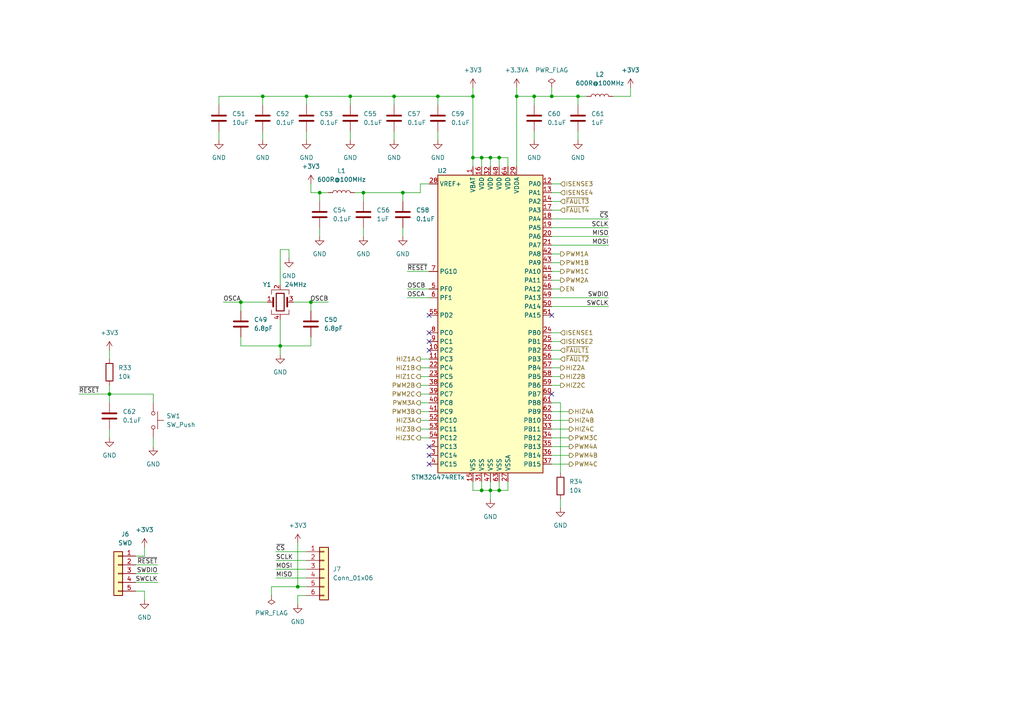
<source format=kicad_sch>
(kicad_sch (version 20210621) (generator eeschema)
  (paper "A4")
  (lib_symbols
    (symbol "Connector_Generic:Conn_01x05" (pin_names (offset 1.016) hide)
      (property "Reference" "J" (at 0 7.62 0))
      (property "Value" "Conn_01x05" (at 0 -7.62 0))
      (symbol "Conn_01x05_1_1"
        (rectangle (start -1.27 -4.953) (end 0 -5.207) (stroke (width 0.1524)))
        (rectangle (start -1.27 -2.413) (end 0 -2.667) (stroke (width 0.1524)))
        (rectangle (start -1.27 0.127) (end 0 -0.127) (stroke (width 0.1524)))
        (rectangle (start -1.27 2.667) (end 0 2.413) (stroke (width 0.1524)))
        (rectangle (start -1.27 5.207) (end 0 4.953) (stroke (width 0.1524)))
        (rectangle (start -1.27 6.35) (end 1.27 -6.35) (stroke (width 0.254)) (fill (type background)))
        (pin passive line (at -5.08 5.08 0) (length 3.81) (name "Pin_1") (number "1"))
        (pin passive line (at -5.08 2.54 0) (length 3.81) (name "Pin_2") (number "2"))
        (pin passive line (at -5.08 0 0) (length 3.81) (name "Pin_3") (number "3"))
        (pin passive line (at -5.08 -2.54 0) (length 3.81) (name "Pin_4") (number "4"))
        (pin passive line (at -5.08 -5.08 0) (length 3.81) (name "Pin_5") (number "5"))
      )
    )
    (symbol "Connector_Generic:Conn_01x06" (pin_names (offset 1.016) hide)
      (property "Reference" "J" (at 0 7.62 0))
      (property "Value" "Conn_01x06" (at 0 -10.16 0))
      (symbol "Conn_01x06_1_1"
        (rectangle (start -1.27 -7.493) (end 0 -7.747) (stroke (width 0.1524)))
        (rectangle (start -1.27 -4.953) (end 0 -5.207) (stroke (width 0.1524)))
        (rectangle (start -1.27 -2.413) (end 0 -2.667) (stroke (width 0.1524)))
        (rectangle (start -1.27 0.127) (end 0 -0.127) (stroke (width 0.1524)))
        (rectangle (start -1.27 2.667) (end 0 2.413) (stroke (width 0.1524)))
        (rectangle (start -1.27 5.207) (end 0 4.953) (stroke (width 0.1524)))
        (rectangle (start -1.27 6.35) (end 1.27 -8.89) (stroke (width 0.254)) (fill (type background)))
        (pin passive line (at -5.08 5.08 0) (length 3.81) (name "Pin_1") (number "1"))
        (pin passive line (at -5.08 2.54 0) (length 3.81) (name "Pin_2") (number "2"))
        (pin passive line (at -5.08 0 0) (length 3.81) (name "Pin_3") (number "3"))
        (pin passive line (at -5.08 -2.54 0) (length 3.81) (name "Pin_4") (number "4"))
        (pin passive line (at -5.08 -5.08 0) (length 3.81) (name "Pin_5") (number "5"))
        (pin passive line (at -5.08 -7.62 0) (length 3.81) (name "Pin_6") (number "6"))
      )
    )
    (symbol "Device:C" (pin_numbers hide) (pin_names (offset 0.254))
      (property "Reference" "C" (at 0.635 2.54 0))
      (property "Value" "C" (at 0.635 -2.54 0))
      (symbol "C_0_1"
        (polyline (pts (xy -2.032 -0.762) (xy 2.032 -0.762)) (stroke (width 0.508)))
        (polyline (pts (xy -2.032 0.762) (xy 2.032 0.762)) (stroke (width 0.508)))
      )
      (symbol "C_1_1"
        (pin passive line (at 0 3.81 270) (length 2.794) (name "~") (number "1"))
        (pin passive line (at 0 -3.81 90) (length 2.794) (name "~") (number "2"))
      )
    )
    (symbol "Device:Crystal_GND24" (pin_names (offset 1.016) hide)
      (property "Reference" "Y" (at 3.175 5.08 0))
      (property "Value" "Crystal_GND24" (at 3.175 3.175 0))
      (symbol "Crystal_GND24_0_1"
        (rectangle (start -1.143 2.54) (end 1.143 -2.54) (stroke (width 0.3048)))
        (polyline (pts (xy -2.54 0) (xy -2.032 0)))
        (polyline (pts (xy -2.032 -1.27) (xy -2.032 1.27)) (stroke (width 0.508)))
        (polyline (pts (xy 0 -3.81) (xy 0 -3.556)))
        (polyline (pts (xy 0 3.556) (xy 0 3.81)))
        (polyline (pts (xy 2.032 -1.27) (xy 2.032 1.27)) (stroke (width 0.508)))
        (polyline (pts (xy 2.032 0) (xy 2.54 0)))
        (polyline (pts (xy -2.54 -2.286) (xy -2.54 -3.556) (xy 2.54 -3.556) (xy 2.54 -2.286)))
        (polyline (pts (xy -2.54 2.286) (xy -2.54 3.556) (xy 2.54 3.556) (xy 2.54 2.286)))
      )
      (symbol "Crystal_GND24_1_1"
        (pin passive line (at -3.81 0 0) (length 1.27) (name "1") (number "1"))
        (pin passive line (at 0 5.08 270) (length 1.27) (name "2") (number "2"))
        (pin passive line (at 3.81 0 180) (length 1.27) (name "3") (number "3"))
        (pin passive line (at 0 -5.08 90) (length 1.27) (name "4") (number "4"))
      )
    )
    (symbol "Device:L" (pin_numbers hide) (pin_names (offset 1.016) hide)
      (property "Reference" "L" (at -1.27 0 90))
      (property "Value" "L" (at 1.905 0 90))
      (symbol "L_0_1"
        (arc (start 0 -2.54) (end 0 -1.27) (radius (at 0 -1.905) (length 0.635) (angles -89.9 89.9)))
        (arc (start 0 -1.27) (end 0 0) (radius (at 0 -0.635) (length 0.635) (angles -89.9 89.9)))
        (arc (start 0 0) (end 0 1.27) (radius (at 0 0.635) (length 0.635) (angles -89.9 89.9)))
        (arc (start 0 1.27) (end 0 2.54) (radius (at 0 1.905) (length 0.635) (angles -89.9 89.9)))
      )
      (symbol "L_1_1"
        (pin passive line (at 0 3.81 270) (length 1.27) (name "1") (number "1"))
        (pin passive line (at 0 -3.81 90) (length 1.27) (name "2") (number "2"))
      )
    )
    (symbol "Device:R" (pin_numbers hide) (pin_names (offset 0))
      (property "Reference" "R" (at 2.032 0 90))
      (property "Value" "R" (at 0 0 90))
      (symbol "R_0_1"
        (rectangle (start -1.016 -2.54) (end 1.016 2.54) (stroke (width 0.254)))
      )
      (symbol "R_1_1"
        (pin passive line (at 0 3.81 270) (length 1.27) (name "~") (number "1"))
        (pin passive line (at 0 -3.81 90) (length 1.27) (name "~") (number "2"))
      )
    )
    (symbol "MCU_ST_STM32G4:STM32G474RETx"
      (property "Reference" "U" (at -15.24 44.45 0))
      (property "Value" "STM32G474RETx" (at 10.16 44.45 0))
      (symbol "STM32G474RETx_0_1"
        (rectangle (start -15.24 -43.18) (end 15.24 43.18) (stroke (width 0.254)) (fill (type background)))
      )
      (symbol "STM32G474RETx_1_1"
        (pin power_in line (at -5.08 45.72 270) (length 2.54) (name "VBAT") (number "1"))
        (pin bidirectional line (at -17.78 -7.62 0) (length 2.54) (name "PC2") (number "10"))
        (pin bidirectional line (at -17.78 -10.16 0) (length 2.54) (name "PC3") (number "11"))
        (pin bidirectional line (at 17.78 40.64 180) (length 2.54) (name "PA0") (number "12"))
        (pin bidirectional line (at 17.78 38.1 180) (length 2.54) (name "PA1") (number "13"))
        (pin bidirectional line (at 17.78 35.56 180) (length 2.54) (name "PA2") (number "14"))
        (pin power_in line (at -5.08 -45.72 90) (length 2.54) (name "VSS") (number "15"))
        (pin power_in line (at -2.54 45.72 270) (length 2.54) (name "VDD") (number "16"))
        (pin bidirectional line (at 17.78 33.02 180) (length 2.54) (name "PA3") (number "17"))
        (pin bidirectional line (at 17.78 30.48 180) (length 2.54) (name "PA4") (number "18"))
        (pin bidirectional line (at 17.78 27.94 180) (length 2.54) (name "PA5") (number "19"))
        (pin bidirectional line (at -17.78 -35.56 0) (length 2.54) (name "PC13") (number "2"))
        (pin bidirectional line (at 17.78 25.4 180) (length 2.54) (name "PA6") (number "20"))
        (pin bidirectional line (at 17.78 22.86 180) (length 2.54) (name "PA7") (number "21"))
        (pin bidirectional line (at -17.78 -12.7 0) (length 2.54) (name "PC4") (number "22"))
        (pin bidirectional line (at -17.78 -15.24 0) (length 2.54) (name "PC5") (number "23"))
        (pin bidirectional line (at 17.78 -2.54 180) (length 2.54) (name "PB0") (number "24"))
        (pin bidirectional line (at 17.78 -5.08 180) (length 2.54) (name "PB1") (number "25"))
        (pin bidirectional line (at 17.78 -7.62 180) (length 2.54) (name "PB2") (number "26"))
        (pin power_in line (at 5.08 -45.72 90) (length 2.54) (name "VSSA") (number "27"))
        (pin bidirectional line (at -17.78 40.64 0) (length 2.54) (name "VREF+") (number "28"))
        (pin power_in line (at 7.62 45.72 270) (length 2.54) (name "VDDA") (number "29"))
        (pin bidirectional line (at -17.78 -38.1 0) (length 2.54) (name "PC14") (number "3"))
        (pin bidirectional line (at 17.78 -27.94 180) (length 2.54) (name "PB10") (number "30"))
        (pin power_in line (at -2.54 -45.72 90) (length 2.54) (name "VSS") (number "31"))
        (pin power_in line (at 0 45.72 270) (length 2.54) (name "VDD") (number "32"))
        (pin bidirectional line (at 17.78 -30.48 180) (length 2.54) (name "PB11") (number "33"))
        (pin bidirectional line (at 17.78 -33.02 180) (length 2.54) (name "PB12") (number "34"))
        (pin bidirectional line (at 17.78 -35.56 180) (length 2.54) (name "PB13") (number "35"))
        (pin bidirectional line (at 17.78 -38.1 180) (length 2.54) (name "PB14") (number "36"))
        (pin bidirectional line (at 17.78 -40.64 180) (length 2.54) (name "PB15") (number "37"))
        (pin bidirectional line (at -17.78 -17.78 0) (length 2.54) (name "PC6") (number "38"))
        (pin bidirectional line (at -17.78 -20.32 0) (length 2.54) (name "PC7") (number "39"))
        (pin bidirectional line (at -17.78 -40.64 0) (length 2.54) (name "PC15") (number "4"))
        (pin bidirectional line (at -17.78 -22.86 0) (length 2.54) (name "PC8") (number "40"))
        (pin bidirectional line (at -17.78 -25.4 0) (length 2.54) (name "PC9") (number "41"))
        (pin bidirectional line (at 17.78 20.32 180) (length 2.54) (name "PA8") (number "42"))
        (pin bidirectional line (at 17.78 17.78 180) (length 2.54) (name "PA9") (number "43"))
        (pin bidirectional line (at 17.78 15.24 180) (length 2.54) (name "PA10") (number "44"))
        (pin bidirectional line (at 17.78 12.7 180) (length 2.54) (name "PA11") (number "45"))
        (pin bidirectional line (at 17.78 10.16 180) (length 2.54) (name "PA12") (number "46"))
        (pin power_in line (at 0 -45.72 90) (length 2.54) (name "VSS") (number "47"))
        (pin power_in line (at 2.54 45.72 270) (length 2.54) (name "VDD") (number "48"))
        (pin bidirectional line (at 17.78 7.62 180) (length 2.54) (name "PA13") (number "49"))
        (pin input line (at -17.78 10.16 0) (length 2.54) (name "PF0") (number "5"))
        (pin bidirectional line (at 17.78 5.08 180) (length 2.54) (name "PA14") (number "50"))
        (pin bidirectional line (at 17.78 2.54 180) (length 2.54) (name "PA15") (number "51"))
        (pin bidirectional line (at -17.78 -27.94 0) (length 2.54) (name "PC10") (number "52"))
        (pin bidirectional line (at -17.78 -30.48 0) (length 2.54) (name "PC11") (number "53"))
        (pin bidirectional line (at -17.78 -33.02 0) (length 2.54) (name "PC12") (number "54"))
        (pin bidirectional line (at -17.78 2.54 0) (length 2.54) (name "PD2") (number "55"))
        (pin bidirectional line (at 17.78 -10.16 180) (length 2.54) (name "PB3") (number "56"))
        (pin bidirectional line (at 17.78 -12.7 180) (length 2.54) (name "PB4") (number "57"))
        (pin bidirectional line (at 17.78 -15.24 180) (length 2.54) (name "PB5") (number "58"))
        (pin bidirectional line (at 17.78 -17.78 180) (length 2.54) (name "PB6") (number "59"))
        (pin input line (at -17.78 7.62 0) (length 2.54) (name "PF1") (number "6"))
        (pin bidirectional line (at 17.78 -20.32 180) (length 2.54) (name "PB7") (number "60"))
        (pin bidirectional line (at 17.78 -22.86 180) (length 2.54) (name "PB8") (number "61"))
        (pin bidirectional line (at 17.78 -25.4 180) (length 2.54) (name "PB9") (number "62"))
        (pin power_in line (at 2.54 -45.72 90) (length 2.54) (name "VSS") (number "63"))
        (pin power_in line (at 5.08 45.72 270) (length 2.54) (name "VDD") (number "64"))
        (pin bidirectional line (at -17.78 15.24 0) (length 2.54) (name "PG10") (number "7"))
        (pin bidirectional line (at -17.78 -2.54 0) (length 2.54) (name "PC0") (number "8"))
        (pin bidirectional line (at -17.78 -5.08 0) (length 2.54) (name "PC1") (number "9"))
      )
    )
    (symbol "Switch:SW_Push" (pin_numbers hide) (pin_names (offset 1.016) hide)
      (property "Reference" "SW" (at 1.27 2.54 0))
      (property "Value" "SW_Push" (at 0 -1.524 0))
      (symbol "SW_Push_0_1"
        (circle (center -2.032 0) (radius 0.508))
        (circle (center 2.032 0) (radius 0.508))
        (polyline (pts (xy 0 1.27) (xy 0 3.048)))
        (polyline (pts (xy 2.54 1.27) (xy -2.54 1.27)))
        (pin passive line (at -5.08 0 0) (length 2.54) (name "1") (number "1"))
        (pin passive line (at 5.08 0 180) (length 2.54) (name "2") (number "2"))
      )
    )
    (symbol "power:+3.3V" (power) (pin_names (offset 0))
      (property "Value" "+3.3V" (at 0 3.556 0))
      (symbol "+3.3V_0_1"
        (polyline (pts (xy -0.762 1.27) (xy 0 2.54)))
        (polyline (pts (xy 0 0) (xy 0 2.54)))
        (polyline (pts (xy 0 2.54) (xy 0.762 1.27)))
      )
      (symbol "+3.3V_1_1"
        (pin power_in line (at 0 0 90) (length 0) hide (name "+3V3") (number "1"))
      )
    )
    (symbol "power:+3.3VA" (power) (pin_names (offset 0))
      (property "Value" "+3.3VA" (at 0 3.556 0))
      (symbol "+3.3VA_0_1"
        (polyline (pts (xy -0.762 1.27) (xy 0 2.54)))
        (polyline (pts (xy 0 0) (xy 0 2.54)))
        (polyline (pts (xy 0 2.54) (xy 0.762 1.27)))
      )
      (symbol "+3.3VA_1_1"
        (pin power_in line (at 0 0 90) (length 0) hide (name "+3.3VA") (number "1"))
      )
    )
    (symbol "power:GND" (power) (pin_names (offset 0))
      (property "Value" "GND" (at 0 -3.81 0))
      (symbol "GND_0_1"
        (polyline (pts (xy 0 0) (xy 0 -1.27) (xy 1.27 -1.27) (xy 0 -2.54) (xy -1.27 -1.27) (xy 0 -1.27)))
      )
      (symbol "GND_1_1"
        (pin power_in line (at 0 0 270) (length 0) hide (name "GND") (number "1"))
      )
    )
    (symbol "power:PWR_FLAG" (power) (pin_numbers hide) (pin_names (offset 0) hide)
      (property "Value" "PWR_FLAG" (at 0 3.81 0))
      (symbol "PWR_FLAG_0_0"
        (pin power_out line (at 0 0 90) (length 0) (name "pwr") (number "1"))
      )
      (symbol "PWR_FLAG_0_1"
        (polyline (pts (xy 0 0) (xy 0 1.27) (xy -1.016 1.905) (xy 0 2.54) (xy 1.016 1.905) (xy 0 1.27)))
      )
    )
  )
  (junction (at 31.75 114.3) (diameter 0.9144))
  (junction (at 69.85 87.63) (diameter 0.9144))
  (junction (at 76.2 27.94) (diameter 0.9144))
  (junction (at 81.28 100.33) (diameter 0.9144))
  (junction (at 86.36 170.18) (diameter 0.9144))
  (junction (at 88.9 27.94) (diameter 0.9144))
  (junction (at 90.17 87.63) (diameter 0.9144))
  (junction (at 92.71 55.88) (diameter 0.9144))
  (junction (at 101.6 27.94) (diameter 0.9144))
  (junction (at 105.41 55.88) (diameter 0.9144))
  (junction (at 114.3 27.94) (diameter 0.9144))
  (junction (at 116.84 55.88) (diameter 0.9144))
  (junction (at 127 27.94) (diameter 0.9144))
  (junction (at 137.16 27.94) (diameter 0.9144))
  (junction (at 137.16 45.72) (diameter 0.9144))
  (junction (at 139.7 45.72) (diameter 0.9144))
  (junction (at 139.7 142.24) (diameter 0.9144))
  (junction (at 142.24 45.72) (diameter 0.9144))
  (junction (at 142.24 142.24) (diameter 0.9144))
  (junction (at 144.78 45.72) (diameter 0.9144))
  (junction (at 144.78 142.24) (diameter 0.9144))
  (junction (at 149.86 27.94) (diameter 0.9144))
  (junction (at 154.94 27.94) (diameter 0.9144))
  (junction (at 160.02 27.94) (diameter 0.9144))
  (junction (at 167.64 27.94) (diameter 0.9144))
  (no_connect (at 124.46 91.44))
  (no_connect (at 124.46 96.52))
  (no_connect (at 124.46 99.06))
  (no_connect (at 124.46 101.6))
  (no_connect (at 124.46 129.54))
  (no_connect (at 124.46 132.08))
  (no_connect (at 124.46 134.62))
  (no_connect (at 160.02 91.44))
  (no_connect (at 160.02 114.3))
  (wire (pts (xy 22.86 114.3) (xy 31.75 114.3)))
  (wire (pts (xy 31.75 101.6) (xy 31.75 104.14)))
  (wire (pts (xy 31.75 111.76) (xy 31.75 114.3)))
  (wire (pts (xy 31.75 114.3) (xy 31.75 116.84)))
  (wire (pts (xy 31.75 127) (xy 31.75 124.46)))
  (wire (pts (xy 39.37 161.29) (xy 41.91 161.29)))
  (wire (pts (xy 39.37 163.83) (xy 45.72 163.83)))
  (wire (pts (xy 39.37 166.37) (xy 45.72 166.37)))
  (wire (pts (xy 39.37 168.91) (xy 45.72 168.91)))
  (wire (pts (xy 39.37 171.45) (xy 41.91 171.45)))
  (wire (pts (xy 41.91 161.29) (xy 41.91 158.75)))
  (wire (pts (xy 41.91 171.45) (xy 41.91 173.99)))
  (wire (pts (xy 44.45 114.3) (xy 31.75 114.3)))
  (wire (pts (xy 44.45 116.84) (xy 44.45 114.3)))
  (wire (pts (xy 44.45 129.54) (xy 44.45 127)))
  (wire (pts (xy 63.5 27.94) (xy 76.2 27.94)))
  (wire (pts (xy 63.5 30.48) (xy 63.5 27.94)))
  (wire (pts (xy 63.5 38.1) (xy 63.5 40.64)))
  (wire (pts (xy 64.77 87.63) (xy 69.85 87.63)))
  (wire (pts (xy 69.85 87.63) (xy 77.47 87.63)))
  (wire (pts (xy 69.85 90.17) (xy 69.85 87.63)))
  (wire (pts (xy 69.85 100.33) (xy 69.85 97.79)))
  (wire (pts (xy 76.2 27.94) (xy 76.2 30.48)))
  (wire (pts (xy 76.2 27.94) (xy 88.9 27.94)))
  (wire (pts (xy 76.2 38.1) (xy 76.2 40.64)))
  (wire (pts (xy 78.74 170.18) (xy 86.36 170.18)))
  (wire (pts (xy 78.74 172.72) (xy 78.74 170.18)))
  (wire (pts (xy 80.01 160.02) (xy 88.9 160.02)))
  (wire (pts (xy 80.01 162.56) (xy 88.9 162.56)))
  (wire (pts (xy 80.01 165.1) (xy 88.9 165.1)))
  (wire (pts (xy 80.01 167.64) (xy 88.9 167.64)))
  (wire (pts (xy 81.28 72.39) (xy 81.28 82.55)))
  (wire (pts (xy 81.28 92.71) (xy 81.28 100.33)))
  (wire (pts (xy 81.28 100.33) (xy 69.85 100.33)))
  (wire (pts (xy 81.28 102.87) (xy 81.28 100.33)))
  (wire (pts (xy 83.82 72.39) (xy 81.28 72.39)))
  (wire (pts (xy 83.82 74.93) (xy 83.82 72.39)))
  (wire (pts (xy 86.36 170.18) (xy 86.36 157.48)))
  (wire (pts (xy 86.36 172.72) (xy 88.9 172.72)))
  (wire (pts (xy 86.36 175.26) (xy 86.36 172.72)))
  (wire (pts (xy 88.9 27.94) (xy 88.9 30.48)))
  (wire (pts (xy 88.9 38.1) (xy 88.9 40.64)))
  (wire (pts (xy 88.9 170.18) (xy 86.36 170.18)))
  (wire (pts (xy 90.17 53.34) (xy 90.17 55.88)))
  (wire (pts (xy 90.17 55.88) (xy 92.71 55.88)))
  (wire (pts (xy 90.17 87.63) (xy 85.09 87.63)))
  (wire (pts (xy 90.17 87.63) (xy 95.25 87.63)))
  (wire (pts (xy 90.17 90.17) (xy 90.17 87.63)))
  (wire (pts (xy 90.17 97.79) (xy 90.17 100.33)))
  (wire (pts (xy 90.17 100.33) (xy 81.28 100.33)))
  (wire (pts (xy 92.71 55.88) (xy 92.71 58.42)))
  (wire (pts (xy 92.71 55.88) (xy 95.25 55.88)))
  (wire (pts (xy 92.71 66.04) (xy 92.71 68.58)))
  (wire (pts (xy 101.6 27.94) (xy 88.9 27.94)))
  (wire (pts (xy 101.6 27.94) (xy 101.6 30.48)))
  (wire (pts (xy 101.6 38.1) (xy 101.6 40.64)))
  (wire (pts (xy 102.87 55.88) (xy 105.41 55.88)))
  (wire (pts (xy 105.41 55.88) (xy 116.84 55.88)))
  (wire (pts (xy 105.41 58.42) (xy 105.41 55.88)))
  (wire (pts (xy 105.41 66.04) (xy 105.41 68.58)))
  (wire (pts (xy 114.3 27.94) (xy 101.6 27.94)))
  (wire (pts (xy 114.3 27.94) (xy 114.3 30.48)))
  (wire (pts (xy 114.3 38.1) (xy 114.3 40.64)))
  (wire (pts (xy 116.84 55.88) (xy 116.84 58.42)))
  (wire (pts (xy 116.84 66.04) (xy 116.84 68.58)))
  (wire (pts (xy 118.11 78.74) (xy 124.46 78.74)))
  (wire (pts (xy 118.11 83.82) (xy 124.46 83.82)))
  (wire (pts (xy 118.11 86.36) (xy 124.46 86.36)))
  (wire (pts (xy 121.92 53.34) (xy 121.92 55.88)))
  (wire (pts (xy 121.92 55.88) (xy 116.84 55.88)))
  (wire (pts (xy 121.92 111.76) (xy 124.46 111.76)))
  (wire (pts (xy 121.92 114.3) (xy 124.46 114.3)))
  (wire (pts (xy 121.92 116.84) (xy 124.46 116.84)))
  (wire (pts (xy 121.92 119.38) (xy 124.46 119.38)))
  (wire (pts (xy 121.92 121.92) (xy 124.46 121.92)))
  (wire (pts (xy 121.92 124.46) (xy 124.46 124.46)))
  (wire (pts (xy 121.92 127) (xy 124.46 127)))
  (wire (pts (xy 124.46 53.34) (xy 121.92 53.34)))
  (wire (pts (xy 124.46 104.14) (xy 121.92 104.14)))
  (wire (pts (xy 124.46 106.68) (xy 121.92 106.68)))
  (wire (pts (xy 124.46 109.22) (xy 121.92 109.22)))
  (wire (pts (xy 127 27.94) (xy 114.3 27.94)))
  (wire (pts (xy 127 27.94) (xy 137.16 27.94)))
  (wire (pts (xy 127 30.48) (xy 127 27.94)))
  (wire (pts (xy 127 38.1) (xy 127 40.64)))
  (wire (pts (xy 137.16 27.94) (xy 137.16 25.4)))
  (wire (pts (xy 137.16 27.94) (xy 137.16 45.72)))
  (wire (pts (xy 137.16 45.72) (xy 137.16 48.26)))
  (wire (pts (xy 137.16 139.7) (xy 137.16 142.24)))
  (wire (pts (xy 137.16 142.24) (xy 139.7 142.24)))
  (wire (pts (xy 139.7 45.72) (xy 137.16 45.72)))
  (wire (pts (xy 139.7 45.72) (xy 139.7 48.26)))
  (wire (pts (xy 139.7 139.7) (xy 139.7 142.24)))
  (wire (pts (xy 139.7 142.24) (xy 142.24 142.24)))
  (wire (pts (xy 142.24 45.72) (xy 139.7 45.72)))
  (wire (pts (xy 142.24 45.72) (xy 142.24 48.26)))
  (wire (pts (xy 142.24 139.7) (xy 142.24 142.24)))
  (wire (pts (xy 142.24 142.24) (xy 142.24 144.78)))
  (wire (pts (xy 144.78 45.72) (xy 142.24 45.72)))
  (wire (pts (xy 144.78 45.72) (xy 144.78 48.26)))
  (wire (pts (xy 144.78 139.7) (xy 144.78 142.24)))
  (wire (pts (xy 144.78 142.24) (xy 142.24 142.24)))
  (wire (pts (xy 147.32 45.72) (xy 144.78 45.72)))
  (wire (pts (xy 147.32 45.72) (xy 147.32 48.26)))
  (wire (pts (xy 147.32 139.7) (xy 147.32 142.24)))
  (wire (pts (xy 147.32 142.24) (xy 144.78 142.24)))
  (wire (pts (xy 149.86 25.4) (xy 149.86 27.94)))
  (wire (pts (xy 149.86 27.94) (xy 149.86 48.26)))
  (wire (pts (xy 149.86 27.94) (xy 154.94 27.94)))
  (wire (pts (xy 154.94 27.94) (xy 154.94 30.48)))
  (wire (pts (xy 154.94 27.94) (xy 160.02 27.94)))
  (wire (pts (xy 154.94 38.1) (xy 154.94 40.64)))
  (wire (pts (xy 160.02 25.4) (xy 160.02 27.94)))
  (wire (pts (xy 160.02 27.94) (xy 167.64 27.94)))
  (wire (pts (xy 160.02 53.34) (xy 162.56 53.34)))
  (wire (pts (xy 160.02 55.88) (xy 162.56 55.88)))
  (wire (pts (xy 160.02 58.42) (xy 162.56 58.42)))
  (wire (pts (xy 160.02 60.96) (xy 162.56 60.96)))
  (wire (pts (xy 160.02 73.66) (xy 162.56 73.66)))
  (wire (pts (xy 160.02 76.2) (xy 162.56 76.2)))
  (wire (pts (xy 160.02 78.74) (xy 162.56 78.74)))
  (wire (pts (xy 160.02 81.28) (xy 162.56 81.28)))
  (wire (pts (xy 160.02 83.82) (xy 162.56 83.82)))
  (wire (pts (xy 160.02 86.36) (xy 176.53 86.36)))
  (wire (pts (xy 160.02 88.9) (xy 176.53 88.9)))
  (wire (pts (xy 160.02 96.52) (xy 162.56 96.52)))
  (wire (pts (xy 160.02 99.06) (xy 162.56 99.06)))
  (wire (pts (xy 160.02 101.6) (xy 162.56 101.6)))
  (wire (pts (xy 160.02 104.14) (xy 162.56 104.14)))
  (wire (pts (xy 160.02 106.68) (xy 162.56 106.68)))
  (wire (pts (xy 160.02 109.22) (xy 162.56 109.22)))
  (wire (pts (xy 160.02 111.76) (xy 162.56 111.76)))
  (wire (pts (xy 160.02 119.38) (xy 165.1 119.38)))
  (wire (pts (xy 160.02 121.92) (xy 165.1 121.92)))
  (wire (pts (xy 160.02 124.46) (xy 165.1 124.46)))
  (wire (pts (xy 160.02 127) (xy 165.1 127)))
  (wire (pts (xy 160.02 129.54) (xy 165.1 129.54)))
  (wire (pts (xy 160.02 132.08) (xy 165.1 132.08)))
  (wire (pts (xy 160.02 134.62) (xy 165.1 134.62)))
  (wire (pts (xy 162.56 116.84) (xy 160.02 116.84)))
  (wire (pts (xy 162.56 137.16) (xy 162.56 116.84)))
  (wire (pts (xy 162.56 144.78) (xy 162.56 147.32)))
  (wire (pts (xy 167.64 27.94) (xy 167.64 30.48)))
  (wire (pts (xy 167.64 27.94) (xy 170.18 27.94)))
  (wire (pts (xy 167.64 38.1) (xy 167.64 40.64)))
  (wire (pts (xy 176.53 63.5) (xy 160.02 63.5)))
  (wire (pts (xy 176.53 66.04) (xy 160.02 66.04)))
  (wire (pts (xy 176.53 68.58) (xy 160.02 68.58)))
  (wire (pts (xy 176.53 71.12) (xy 160.02 71.12)))
  (wire (pts (xy 177.8 27.94) (xy 182.88 27.94)))
  (wire (pts (xy 182.88 27.94) (xy 182.88 25.4)))
  (label "~{RESET}" (at 22.86 114.3 0))
  (label "~{RESET}" (at 45.72 163.83 180))
  (label "SWDIO" (at 45.72 166.37 180))
  (label "SWCLK" (at 45.72 168.91 180))
  (label "OSCA" (at 64.77 87.63 0))
  (label "~{CS}" (at 80.01 160.02 0))
  (label "SCLK" (at 80.01 162.56 0))
  (label "MOSI" (at 80.01 165.1 0))
  (label "MISO" (at 80.01 167.64 0))
  (label "OSCB" (at 95.25 87.63 180))
  (label "~{RESET}" (at 118.11 78.74 0))
  (label "OSCB" (at 118.11 83.82 0))
  (label "OSCA" (at 118.11 86.36 0))
  (label "~{CS}" (at 176.53 63.5 180))
  (label "SCLK" (at 176.53 66.04 180))
  (label "MISO" (at 176.53 68.58 180))
  (label "MOSI" (at 176.53 71.12 180))
  (label "SWDIO" (at 176.53 86.36 180))
  (label "SWCLK" (at 176.53 88.9 180))
  (hierarchical_label "HIZ1A" (shape output) (at 121.92 104.14 180))
  (hierarchical_label "HIZ1B" (shape output) (at 121.92 106.68 180))
  (hierarchical_label "HIZ1C" (shape output) (at 121.92 109.22 180))
  (hierarchical_label "PWM2B" (shape output) (at 121.92 111.76 180))
  (hierarchical_label "PWM2C" (shape output) (at 121.92 114.3 180))
  (hierarchical_label "PWM3A" (shape output) (at 121.92 116.84 180))
  (hierarchical_label "PWM3B" (shape output) (at 121.92 119.38 180))
  (hierarchical_label "HIZ3A" (shape output) (at 121.92 121.92 180))
  (hierarchical_label "HIZ3B" (shape output) (at 121.92 124.46 180))
  (hierarchical_label "HIZ3C" (shape output) (at 121.92 127 180))
  (hierarchical_label "ISENSE3" (shape input) (at 162.56 53.34 0))
  (hierarchical_label "ISENSE4" (shape input) (at 162.56 55.88 0))
  (hierarchical_label "~{FAULT3}" (shape input) (at 162.56 58.42 0))
  (hierarchical_label "~{FAULT4}" (shape input) (at 162.56 60.96 0))
  (hierarchical_label "PWM1A" (shape output) (at 162.56 73.66 0))
  (hierarchical_label "PWM1B" (shape output) (at 162.56 76.2 0))
  (hierarchical_label "PWM1C" (shape output) (at 162.56 78.74 0))
  (hierarchical_label "PWM2A" (shape output) (at 162.56 81.28 0))
  (hierarchical_label "EN" (shape output) (at 162.56 83.82 0))
  (hierarchical_label "ISENSE1" (shape input) (at 162.56 96.52 0))
  (hierarchical_label "ISENSE2" (shape input) (at 162.56 99.06 0))
  (hierarchical_label "~{FAULT1}" (shape input) (at 162.56 101.6 0))
  (hierarchical_label "~{FAULT2}" (shape input) (at 162.56 104.14 0))
  (hierarchical_label "HIZ2A" (shape output) (at 162.56 106.68 0))
  (hierarchical_label "HIZ2B" (shape output) (at 162.56 109.22 0))
  (hierarchical_label "HIZ2C" (shape output) (at 162.56 111.76 0))
  (hierarchical_label "HIZ4A" (shape output) (at 165.1 119.38 0))
  (hierarchical_label "HIZ4B" (shape output) (at 165.1 121.92 0))
  (hierarchical_label "HIZ4C" (shape output) (at 165.1 124.46 0))
  (hierarchical_label "PWM3C" (shape output) (at 165.1 127 0))
  (hierarchical_label "PWM4A" (shape output) (at 165.1 129.54 0))
  (hierarchical_label "PWM4B" (shape output) (at 165.1 132.08 0))
  (hierarchical_label "PWM4C" (shape output) (at 165.1 134.62 0))
  (symbol (lib_id "power:+3.3V") (at 31.75 101.6 0) (unit 1)
    (property "Reference" "#PWR0210" (effects hide))
    (property "Value" "+3.3V" (at 31.75 96.52 0))
  )
  (symbol (lib_id "power:+3.3V") (at 41.91 158.75 0) (unit 1)
    (property "Reference" "#PWR0213" (effects hide))
    (property "Value" "+3.3V" (at 41.91 153.67 0))
  )
  (symbol (lib_id "power:+3.3V") (at 86.36 157.48 0) (unit 1)
    (property "Reference" "#PWR0215" (effects hide))
    (property "Value" "+3.3V" (at 86.36 152.4 0))
  )
  (symbol (lib_id "power:+3.3V") (at 90.17 53.34 0) (unit 1)
    (property "Reference" "#PWR0204" (effects hide))
    (property "Value" "+3.3V" (at 90.17 48.26 0))
  )
  (symbol (lib_id "power:+3.3V") (at 137.16 25.4 0) (unit 1)
    (property "Reference" "#PWR0190" (effects hide))
    (property "Value" "+3.3V" (at 137.16 20.32 0))
  )
  (symbol (lib_id "power:+3.3VA") (at 149.86 25.4 0) (unit 1)
    (property "Reference" "#PWR0197" (effects hide))
    (property "Value" "+3.3VA" (at 149.86 20.32 0))
  )
  (symbol (lib_id "power:+3.3V") (at 182.88 25.4 0) (unit 1)
    (property "Reference" "#PWR0200" (effects hide))
    (property "Value" "+3.3V" (at 182.88 20.32 0))
  )
  (symbol (lib_id "power:PWR_FLAG") (at 78.74 172.72 180) (unit 1)
    (property "Reference" "#FLG0101" (effects hide))
    (property "Value" "PWR_FLAG" (at 78.74 177.8 0))
  )
  (symbol (lib_id "power:PWR_FLAG") (at 160.02 25.4 0) (unit 1)
    (property "Reference" "#FLG03" (effects hide))
    (property "Value" "PWR_FLAG" (at 160.02 20.32 0))
  )
  (symbol (lib_id "power:GND") (at 31.75 127 0) (unit 1)
    (property "Reference" "#PWR0209" (effects hide))
    (property "Value" "GND" (at 31.75 132.08 0))
  )
  (symbol (lib_id "power:GND") (at 41.91 173.99 0) (unit 1)
    (property "Reference" "#PWR0214" (effects hide))
    (property "Value" "GND" (at 41.91 179.07 0))
  )
  (symbol (lib_id "power:GND") (at 44.45 129.54 0) (unit 1)
    (property "Reference" "#PWR0212" (effects hide))
    (property "Value" "GND" (at 44.45 134.62 0))
  )
  (symbol (lib_id "power:GND") (at 63.5 40.64 0) (unit 1)
    (property "Reference" "#PWR0203" (effects hide))
    (property "Value" "GND" (at 63.5 45.72 0))
  )
  (symbol (lib_id "power:GND") (at 76.2 40.64 0) (unit 1)
    (property "Reference" "#PWR0201" (effects hide))
    (property "Value" "GND" (at 76.2 45.72 0))
  )
  (symbol (lib_id "power:GND") (at 81.28 102.87 0) (unit 1)
    (property "Reference" "#PWR0191" (effects hide))
    (property "Value" "GND" (at 81.28 107.95 0))
  )
  (symbol (lib_id "power:GND") (at 83.82 74.93 0) (unit 1)
    (property "Reference" "#PWR0192" (effects hide))
    (property "Value" "GND" (at 83.82 80.01 0))
  )
  (symbol (lib_id "power:GND") (at 86.36 175.26 0) (unit 1)
    (property "Reference" "#PWR0216" (effects hide))
    (property "Value" "GND" (at 86.36 180.34 0))
  )
  (symbol (lib_id "power:GND") (at 88.9 40.64 0) (unit 1)
    (property "Reference" "#PWR0202" (effects hide))
    (property "Value" "GND" (at 88.9 45.72 0))
  )
  (symbol (lib_id "power:GND") (at 92.71 68.58 0) (unit 1)
    (property "Reference" "#PWR0187" (effects hide))
    (property "Value" "GND" (at 92.71 73.66 0))
  )
  (symbol (lib_id "power:GND") (at 101.6 40.64 0) (unit 1)
    (property "Reference" "#PWR0196" (effects hide))
    (property "Value" "GND" (at 101.6 45.72 0))
  )
  (symbol (lib_id "power:GND") (at 105.41 68.58 0) (unit 1)
    (property "Reference" "#PWR0163" (effects hide))
    (property "Value" "GND" (at 105.41 73.66 0))
  )
  (symbol (lib_id "power:GND") (at 114.3 40.64 0) (unit 1)
    (property "Reference" "#PWR0195" (effects hide))
    (property "Value" "GND" (at 114.3 45.72 0))
  )
  (symbol (lib_id "power:GND") (at 116.84 68.58 0) (unit 1)
    (property "Reference" "#PWR0141" (effects hide))
    (property "Value" "GND" (at 116.84 73.66 0))
  )
  (symbol (lib_id "power:GND") (at 127 40.64 0) (unit 1)
    (property "Reference" "#PWR0194" (effects hide))
    (property "Value" "GND" (at 127 45.72 0))
  )
  (symbol (lib_id "power:GND") (at 142.24 144.78 0) (unit 1)
    (property "Reference" "#PWR0193" (effects hide))
    (property "Value" "GND" (at 142.24 149.86 0))
  )
  (symbol (lib_id "power:GND") (at 154.94 40.64 0) (unit 1)
    (property "Reference" "#PWR0198" (effects hide))
    (property "Value" "GND" (at 154.94 45.72 0))
  )
  (symbol (lib_id "power:GND") (at 162.56 147.32 0) (unit 1)
    (property "Reference" "#PWR0211" (effects hide))
    (property "Value" "GND" (at 162.56 152.4 0))
  )
  (symbol (lib_id "power:GND") (at 167.64 40.64 0) (unit 1)
    (property "Reference" "#PWR0199" (effects hide))
    (property "Value" "GND" (at 167.64 45.72 0))
  )
  (symbol (lib_id "Device:L") (at 99.06 55.88 90) (unit 1)
    (property "Reference" "L1" (at 99.06 49.53 90))
    (property "Value" "600R@100MHz" (at 99.06 52.07 90))
    (property "Footprint" "Inductor_SMD:L_0402_1005Metric" (effects hide))
    (property "Digikey" "283-MFBM1V1005-501-RCT-ND" (effects hide))
  )
  (symbol (lib_id "Device:L") (at 173.99 27.94 90) (unit 1)
    (property "Reference" "L2" (at 173.99 21.59 90))
    (property "Value" "600R@100MHz" (at 173.99 24.13 90))
    (property "Footprint" "Inductor_SMD:L_0402_1005Metric" (effects hide))
    (property "Digikey" "283-MFBM1V1005-501-RCT-ND" (effects hide))
  )
  (symbol (lib_id "Device:R") (at 31.75 107.95 0) (unit 1)
    (property "Reference" "R33" (at 34.29 106.6799 0) (effects (justify left)))
    (property "Value" "10k" (at 34.29 109.2199 0) (effects (justify left)))
    (property "Footprint" "Resistor_SMD:R_0402_1005Metric" (effects hide))
  )
  (symbol (lib_id "Device:R") (at 162.56 140.97 0) (unit 1)
    (property "Reference" "R34" (at 165.1 139.6999 0) (effects (justify left)))
    (property "Value" "10k" (at 165.1 142.2399 0) (effects (justify left)))
    (property "Footprint" "Resistor_SMD:R_0402_1005Metric" (effects hide))
  )
  (symbol (lib_id "Device:C") (at 31.75 120.65 180) (unit 1)
    (property "Reference" "C62" (at 35.56 119.3799 0) (effects (justify right)))
    (property "Value" "0.1uF" (at 35.56 121.9199 0) (effects (justify right)))
    (property "Footprint" "Capacitor_SMD:C_0402_1005Metric" (effects hide))
    (property "Digikey" "1276-6720-1-ND" (effects hide))
  )
  (symbol (lib_id "Device:C") (at 63.5 34.29 0) (unit 1)
    (property "Reference" "C51" (at 67.31 33.0199 0) (effects (justify left)))
    (property "Value" "10uF" (at 67.31 35.5599 0) (effects (justify left)))
    (property "Footprint" "Capacitor_SMD:C_0805_2012Metric" (effects hide))
  )
  (symbol (lib_id "Device:C") (at 69.85 93.98 0) (unit 1)
    (property "Reference" "C49" (at 73.66 92.7099 0) (effects (justify left)))
    (property "Value" "6.8pF" (at 73.66 95.2499 0) (effects (justify left)))
    (property "Footprint" "Capacitor_SMD:C_0402_1005Metric" (effects hide))
  )
  (symbol (lib_id "Device:C") (at 76.2 34.29 180) (unit 1)
    (property "Reference" "C52" (at 80.01 33.0199 0) (effects (justify right)))
    (property "Value" "0.1uF" (at 80.01 35.5599 0) (effects (justify right)))
    (property "Footprint" "Capacitor_SMD:C_0402_1005Metric" (effects hide))
    (property "Digikey" "1276-6720-1-ND" (effects hide))
  )
  (symbol (lib_id "Device:C") (at 88.9 34.29 180) (unit 1)
    (property "Reference" "C53" (at 92.71 33.0199 0) (effects (justify right)))
    (property "Value" "0.1uF" (at 92.71 35.5599 0) (effects (justify right)))
    (property "Footprint" "Capacitor_SMD:C_0402_1005Metric" (effects hide))
    (property "Digikey" "1276-6720-1-ND" (effects hide))
  )
  (symbol (lib_id "Device:C") (at 90.17 93.98 0) (unit 1)
    (property "Reference" "C50" (at 93.98 92.7099 0) (effects (justify left)))
    (property "Value" "6.8pF" (at 93.98 95.2499 0) (effects (justify left)))
    (property "Footprint" "Capacitor_SMD:C_0402_1005Metric" (effects hide))
  )
  (symbol (lib_id "Device:C") (at 92.71 62.23 180) (unit 1)
    (property "Reference" "C54" (at 96.52 60.9599 0) (effects (justify right)))
    (property "Value" "0.1uF" (at 96.52 63.4999 0) (effects (justify right)))
    (property "Footprint" "Capacitor_SMD:C_0402_1005Metric" (effects hide))
    (property "Digikey" "1276-6720-1-ND" (effects hide))
  )
  (symbol (lib_id "Device:C") (at 101.6 34.29 180) (unit 1)
    (property "Reference" "C55" (at 105.41 33.0199 0) (effects (justify right)))
    (property "Value" "0.1uF" (at 105.41 35.5599 0) (effects (justify right)))
    (property "Footprint" "Capacitor_SMD:C_0402_1005Metric" (effects hide))
    (property "Digikey" "1276-6720-1-ND" (effects hide))
  )
  (symbol (lib_id "Device:C") (at 105.41 62.23 0) (mirror y) (unit 1)
    (property "Reference" "C56" (at 109.22 60.9599 0) (effects (justify right)))
    (property "Value" "1uF" (at 109.22 63.4999 0) (effects (justify right)))
    (property "Footprint" "Capacitor_SMD:C_0603_1608Metric" (effects hide))
    (property "Digikey" "1276-1184-1-ND" (effects hide))
  )
  (symbol (lib_id "Device:C") (at 114.3 34.29 180) (unit 1)
    (property "Reference" "C57" (at 118.11 33.0199 0) (effects (justify right)))
    (property "Value" "0.1uF" (at 118.11 35.5599 0) (effects (justify right)))
    (property "Footprint" "Capacitor_SMD:C_0402_1005Metric" (effects hide))
    (property "Digikey" "1276-6720-1-ND" (effects hide))
  )
  (symbol (lib_id "Device:C") (at 116.84 62.23 180) (unit 1)
    (property "Reference" "C58" (at 120.65 60.9599 0) (effects (justify right)))
    (property "Value" "0.1uF" (at 120.65 63.4999 0) (effects (justify right)))
    (property "Footprint" "Capacitor_SMD:C_0402_1005Metric" (effects hide))
    (property "Digikey" "1276-6720-1-ND" (effects hide))
  )
  (symbol (lib_id "Device:C") (at 127 34.29 180) (unit 1)
    (property "Reference" "C59" (at 130.81 33.0199 0) (effects (justify right)))
    (property "Value" "0.1uF" (at 130.81 35.5599 0) (effects (justify right)))
    (property "Footprint" "Capacitor_SMD:C_0402_1005Metric" (effects hide))
    (property "Digikey" "1276-6720-1-ND" (effects hide))
  )
  (symbol (lib_id "Device:C") (at 154.94 34.29 180) (unit 1)
    (property "Reference" "C60" (at 158.75 33.0199 0) (effects (justify right)))
    (property "Value" "0.1uF" (at 158.75 35.5599 0) (effects (justify right)))
    (property "Footprint" "Capacitor_SMD:C_0402_1005Metric" (effects hide))
    (property "Digikey" "1276-6720-1-ND" (effects hide))
  )
  (symbol (lib_id "Device:C") (at 167.64 34.29 0) (unit 1)
    (property "Reference" "C61" (at 171.45 33.0199 0) (effects (justify left)))
    (property "Value" "1uF" (at 171.45 35.5599 0) (effects (justify left)))
    (property "Footprint" "Capacitor_SMD:C_0603_1608Metric" (effects hide))
    (property "Digikey" "1276-1184-1-ND" (effects hide))
  )
  (symbol (lib_id "Switch:SW_Push") (at 44.45 121.92 270) (unit 1)
    (property "Reference" "SW1" (at 48.26 120.6499 90) (effects (justify left)))
    (property "Value" "SW_Push" (at 48.26 123.1899 90) (effects (justify left)))
    (property "Footprint" "Button_Switch_SMD:SW_SPST_CK_RS282G05A3" (effects hide))
    (property "Digikey" "CKN12314-1-ND" (effects hide))
  )
  (symbol (lib_id "Connector_Generic:Conn_01x05") (at 34.29 166.37 0) (mirror y) (unit 1)
    (property "Reference" "J6" (at 36.322 154.94 0))
    (property "Value" "SWD" (at 36.322 157.48 0))
    (property "Footprint" "Connector_PinHeader_2.54mm:PinHeader_1x05_P2.54mm_Vertical" (effects hide))
  )
  (symbol (lib_id "Device:Crystal_GND24") (at 81.28 87.63 0) (unit 1)
    (property "Reference" "Y1" (at 76.2 82.5499 0) (effects (justify left)))
    (property "Value" "24MHz" (at 82.55 82.5499 0) (effects (justify left)))
    (property "Footprint" "Crystal:Crystal_SMD_2016-4Pin_2.0x1.6mm" (effects hide))
    (property "Digikey" "490-5575-1-ND" (effects hide))
  )
  (symbol (lib_id "Connector_Generic:Conn_01x06") (at 93.98 165.1 0) (unit 1)
    (property "Reference" "J7" (at 96.52 165.0999 0) (effects (justify left)))
    (property "Value" "Conn_01x06" (at 96.52 167.6399 0) (effects (justify left)))
    (property "Footprint" "Connector_JST:JST_SH_SM06B-SRSS-TB_1x06-1MP_P1.00mm_Horizontal" (effects hide))
    (property "Digikey" "455-1806-1-ND" (effects hide))
  )
  (symbol (lib_id "MCU_ST_STM32G4:STM32G474RETx") (at 142.24 93.98 0) (unit 1)
    (property "Reference" "U2" (at 128.27 49.53 0))
    (property "Value" "STM32G474RETx" (at 127 138.43 0))
    (property "Footprint" "Package_QFP:LQFP-64_10x10mm_P0.5mm" (effects hide))
    (property "Datasheet" "https://www.st.com/resource/en/datasheet/stm32g474cb.pdf" (effects hide))
  )
)
</source>
